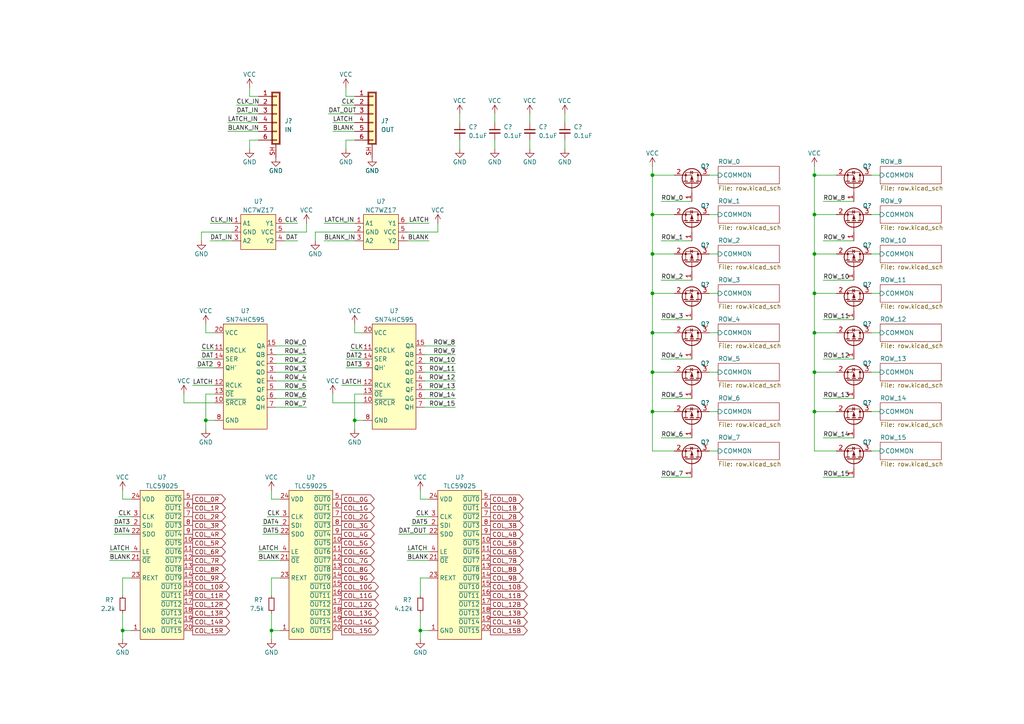
<source format=kicad_sch>
(kicad_sch (version 20210621) (generator eeschema)
  (paper "A4")
  (lib_symbols
    (symbol "Connector_Generic_Shielded:Conn_01x06_Shielded" (pin_names (offset 1.016) hide)
      (property "Reference" "J" (at 0.254 7.366 0))
      (property "Value" "Conn_01x06_Shielded" (at 1.016 -9.906 0))
      (symbol "Conn_01x06_Shielded_1_1"
        (rectangle (start -1.27 6.35) (end 1.27 -8.89) (stroke (width 0.1524)))
        (rectangle (start -1.016 -7.493) (end 0.254 -7.747) (stroke (width 0.1524)))
        (rectangle (start -1.016 -4.953) (end 0.254 -5.207) (stroke (width 0.1524)))
        (rectangle (start -1.016 -2.413) (end 0.254 -2.667) (stroke (width 0.1524)))
        (rectangle (start -1.016 0.127) (end 0.254 -0.127) (stroke (width 0.1524)))
        (rectangle (start -1.016 2.667) (end 0.254 2.413) (stroke (width 0.1524)))
        (rectangle (start -1.016 5.207) (end 0.254 4.953) (stroke (width 0.1524)))
        (rectangle (start -1.016 6.096) (end 1.016 -8.636) (stroke (width 0.254)) (fill (type background)))
        (pin passive line (at -5.08 5.08 0) (length 4.064) (name "Pin_1") (number "1"))
        (pin passive line (at -5.08 2.54 0) (length 4.064) (name "Pin_2") (number "2"))
        (pin passive line (at -5.08 0 0) (length 4.064) (name "Pin_3") (number "3"))
        (pin passive line (at -5.08 -2.54 0) (length 4.064) (name "Pin_4") (number "4"))
        (pin passive line (at -5.08 -5.08 0) (length 4.064) (name "Pin_5") (number "5"))
        (pin passive line (at -5.08 -7.62 0) (length 4.064) (name "Pin_6") (number "6"))
        (pin passive line (at 0 -12.7 90) (length 3.81) (name "Shield") (number "SH"))
      )
    )
    (symbol "Device:C_Small" (pin_numbers hide) (pin_names (offset 0.254) hide)
      (property "Reference" "C" (at 0.254 1.778 0))
      (property "Value" "C_Small" (at 0.254 -2.032 0))
      (symbol "C_Small_0_1"
        (polyline (pts (xy -1.524 -0.508) (xy 1.524 -0.508)) (stroke (width 0.3302)))
        (polyline (pts (xy -1.524 0.508) (xy 1.524 0.508)) (stroke (width 0.3048)))
      )
      (symbol "C_Small_1_1"
        (pin passive line (at 0 2.54 270) (length 2.032) (name "~") (number "1"))
        (pin passive line (at 0 -2.54 90) (length 2.032) (name "~") (number "2"))
      )
    )
    (symbol "Device:Q_PMOS_GSD" (pin_names (offset 0) hide)
      (property "Reference" "Q" (at 5.08 1.27 0))
      (property "Value" "Q_PMOS_GSD" (at 5.08 -1.27 0))
      (symbol "Q_PMOS_GSD_0_1"
        (circle (center 1.651 0) (radius 2.794) (stroke (width 0.254)))
        (circle (center 2.54 -1.778) (radius 0.254) (fill (type outline)))
        (circle (center 2.54 1.778) (radius 0.254) (fill (type outline)))
        (polyline (pts (xy 0.254 0) (xy -2.54 0)))
        (polyline (pts (xy 0.254 1.905) (xy 0.254 -1.905)) (stroke (width 0.254)))
        (polyline (pts (xy 0.762 -1.27) (xy 0.762 -2.286)) (stroke (width 0.254)))
        (polyline (pts (xy 0.762 0.508) (xy 0.762 -0.508)) (stroke (width 0.254)))
        (polyline (pts (xy 0.762 2.286) (xy 0.762 1.27)) (stroke (width 0.254)))
        (polyline (pts (xy 2.54 2.54) (xy 2.54 1.778)))
        (polyline (pts (xy 2.54 -2.54) (xy 2.54 0) (xy 0.762 0)))
        (polyline (pts (xy 0.762 1.778) (xy 3.302 1.778) (xy 3.302 -1.778) (xy 0.762 -1.778)))
        (polyline (pts (xy 2.794 -0.508) (xy 2.921 -0.381) (xy 3.683 -0.381) (xy 3.81 -0.254)))
        (polyline (pts (xy 3.302 -0.381) (xy 2.921 0.254) (xy 3.683 0.254) (xy 3.302 -0.381)))
        (polyline (pts (xy 2.286 0) (xy 1.27 0.381) (xy 1.27 -0.381) (xy 2.286 0)) (fill (type outline)))
      )
      (symbol "Q_PMOS_GSD_1_1"
        (pin input line (at -5.08 0 0) (length 2.54) (name "G") (number "1"))
        (pin passive line (at 2.54 -5.08 90) (length 2.54) (name "S") (number "2"))
        (pin passive line (at 2.54 5.08 270) (length 2.54) (name "D") (number "3"))
      )
    )
    (symbol "Device:R_Small" (pin_numbers hide) (pin_names (offset 0.254) hide)
      (property "Reference" "R" (at 0.762 0.508 0))
      (property "Value" "R_Small" (at 0.762 -1.016 0))
      (symbol "R_Small_0_1"
        (rectangle (start -0.762 1.778) (end 0.762 -1.778) (stroke (width 0.2032)))
      )
      (symbol "R_Small_1_1"
        (pin passive line (at 0 2.54 270) (length 0.762) (name "~") (number "1"))
        (pin passive line (at 0 -2.54 90) (length 0.762) (name "~") (number "2"))
      )
    )
    (symbol "ledcube:NC7WZ17"
      (property "Reference" "U" (at 0 3.81 0))
      (property "Value" "NC7WZ17" (at 0 1.27 0))
      (symbol "NC7WZ17_0_1"
        (rectangle (start -5.08 0) (end 5.08 -10.16) (stroke (width 0.1524)) (fill (type background)))
      )
      (symbol "NC7WZ17_1_1"
        (pin input line (at -7.62 -2.54 0) (length 2.54) (name "A1") (number "1"))
        (pin power_in line (at -7.62 -5.08 0) (length 2.54) (name "GND") (number "2"))
        (pin input line (at -7.62 -7.62 0) (length 2.54) (name "A2") (number "3"))
        (pin output line (at 7.62 -7.62 180) (length 2.54) (name "Y2") (number "4"))
        (pin power_in line (at 7.62 -5.08 180) (length 2.54) (name "VCC") (number "5"))
        (pin output line (at 7.62 -2.54 180) (length 2.54) (name "Y1") (number "6"))
      )
    )
    (symbol "ledcube:SN74HC595"
      (property "Reference" "U" (at 0 3.81 0))
      (property "Value" "SN74HC595" (at 0 1.27 0))
      (symbol "SN74HC595_0_1"
        (rectangle (start -6.35 0) (end 6.35 -30.48) (stroke (width 0.1524)) (fill (type background)))
      )
      (symbol "SN74HC595_1_1"
        (pin output line (at 8.89 -8.89 180) (length 2.54) (name "QB") (number "1"))
        (pin input line (at -8.89 -22.86 0) (length 2.54) (name "~{SRCLR}") (number "10"))
        (pin input line (at -8.89 -7.62 0) (length 2.54) (name "SRCLK") (number "11"))
        (pin input line (at -8.89 -17.78 0) (length 2.54) (name "RCLK") (number "12"))
        (pin input line (at -8.89 -20.32 0) (length 2.54) (name "~{OE}") (number "13"))
        (pin input line (at -8.89 -10.16 0) (length 2.54) (name "SER") (number "14"))
        (pin output line (at 8.89 -6.35 180) (length 2.54) (name "QA") (number "15"))
        (pin output line (at 8.89 -11.43 180) (length 2.54) (name "QC") (number "2"))
        (pin power_out line (at -8.89 -2.54 0) (length 2.54) (name "VCC") (number "20"))
        (pin output line (at 8.89 -13.97 180) (length 2.54) (name "QD") (number "3"))
        (pin output line (at 8.89 -16.51 180) (length 2.54) (name "QE") (number "4"))
        (pin output line (at 8.89 -19.05 180) (length 2.54) (name "QF") (number "5"))
        (pin output line (at 8.89 -21.59 180) (length 2.54) (name "QG") (number "6"))
        (pin output line (at 8.89 -24.13 180) (length 2.54) (name "QH") (number "7"))
        (pin power_out line (at -8.89 -27.94 0) (length 2.54) (name "GND") (number "8"))
        (pin output line (at -8.89 -12.7 0) (length 2.54) (name "QH'") (number "9"))
      )
    )
    (symbol "ledcube:TLC59025"
      (property "Reference" "U" (at 0 3.81 0))
      (property "Value" "TLC59025" (at 0 1.27 0))
      (symbol "TLC59025_0_1"
        (rectangle (start -6.35 0) (end 6.35 -43.18) (stroke (width 0.1524)) (fill (type background)))
      )
      (symbol "TLC59025_1_1"
        (pin power_in line (at -8.89 -40.64 0) (length 2.54) (name "GND") (number "1"))
        (pin output line (at 8.89 -15.24 180) (length 2.54) (name "~{OUT5}") (number "10"))
        (pin output line (at 8.89 -17.78 180) (length 2.54) (name "~{OUT6}") (number "11"))
        (pin output line (at 8.89 -20.32 180) (length 2.54) (name "~{OUT7}") (number "12"))
        (pin output line (at 8.89 -22.86 180) (length 2.54) (name "~{OUT8}") (number "13"))
        (pin output line (at 8.89 -25.4 180) (length 2.54) (name "~{OUT9}") (number "14"))
        (pin output line (at 8.89 -27.94 180) (length 2.54) (name "~{OUT10}") (number "15"))
        (pin output line (at 8.89 -30.48 180) (length 2.54) (name "~{OUT11}") (number "16"))
        (pin output line (at 8.89 -33.02 180) (length 2.54) (name "~{OUT12}") (number "17"))
        (pin output line (at 8.89 -35.56 180) (length 2.54) (name "~{OUT13}") (number "18"))
        (pin output line (at 8.89 -38.1 180) (length 2.54) (name "~{OUT14}") (number "19"))
        (pin input line (at -8.89 -10.16 0) (length 2.54) (name "SDI") (number "2"))
        (pin output line (at 8.89 -40.64 180) (length 2.54) (name "~{OUT15}") (number "20"))
        (pin input line (at -8.89 -20.32 0) (length 2.54) (name "~{OE}") (number "21"))
        (pin output line (at -8.89 -12.7 0) (length 2.54) (name "SDO") (number "22"))
        (pin input line (at -8.89 -25.4 0) (length 2.54) (name "REXT") (number "23"))
        (pin power_out line (at -8.89 -2.54 0) (length 2.54) (name "VDD") (number "24"))
        (pin input line (at -8.89 -7.62 0) (length 2.54) (name "CLK") (number "3"))
        (pin input line (at -8.89 -17.78 0) (length 2.54) (name "LE") (number "4"))
        (pin output line (at 8.89 -2.54 180) (length 2.54) (name "~{OUT0}") (number "5"))
        (pin output line (at 8.89 -5.08 180) (length 2.54) (name "~{OUT1}") (number "6"))
        (pin output line (at 8.89 -7.62 180) (length 2.54) (name "~{OUT2}") (number "7"))
        (pin output line (at 8.89 -10.16 180) (length 2.54) (name "~{OUT3}") (number "8"))
        (pin output line (at 8.89 -12.7 180) (length 2.54) (name "~{OUT4}") (number "9"))
      )
    )
    (symbol "power:GND" (power) (pin_names (offset 0))
      (property "Value" "GND" (at 0 -3.81 0))
      (symbol "GND_0_1"
        (polyline (pts (xy 0 0) (xy 0 -1.27) (xy 1.27 -1.27) (xy 0 -2.54) (xy -1.27 -1.27) (xy 0 -1.27)))
      )
      (symbol "GND_1_1"
        (pin power_in line (at 0 0 270) (length 0) hide (name "GND") (number "1"))
      )
    )
    (symbol "power:VCC" (power) (pin_names (offset 0))
      (property "Value" "VCC" (at 0 3.81 0))
      (symbol "VCC_0_1"
        (polyline (pts (xy -0.762 1.27) (xy 0 2.54)))
        (polyline (pts (xy 0 0) (xy 0 2.54)))
        (polyline (pts (xy 0 2.54) (xy 0.762 1.27)))
      )
      (symbol "VCC_1_1"
        (pin power_in line (at 0 0 90) (length 0) hide (name "VCC") (number "1"))
      )
    )
  )
  (junction (at 35.56 182.88) (diameter 0.9144))
  (junction (at 59.69 121.92) (diameter 0.9144))
  (junction (at 78.74 182.88) (diameter 0.9144))
  (junction (at 102.87 121.92) (diameter 0.9144))
  (junction (at 121.92 182.88) (diameter 0.9144))
  (junction (at 189.23 50.8) (diameter 0.9144))
  (junction (at 189.23 62.23) (diameter 0.9144))
  (junction (at 189.23 73.66) (diameter 0.9144))
  (junction (at 189.23 85.09) (diameter 0.9144))
  (junction (at 189.23 96.52) (diameter 0.9144))
  (junction (at 189.23 107.95) (diameter 0.9144))
  (junction (at 189.23 119.38) (diameter 0.9144))
  (junction (at 236.22 50.8) (diameter 0.9144))
  (junction (at 236.22 62.23) (diameter 0.9144))
  (junction (at 236.22 73.66) (diameter 0.9144))
  (junction (at 236.22 85.09) (diameter 0.9144))
  (junction (at 236.22 96.52) (diameter 0.9144))
  (junction (at 236.22 107.95) (diameter 0.9144))
  (junction (at 236.22 119.38) (diameter 0.9144))
  (wire (pts (xy 31.75 160.02) (xy 38.1 160.02)))
  (wire (pts (xy 31.75 162.56) (xy 38.1 162.56)))
  (wire (pts (xy 33.02 152.4) (xy 38.1 152.4)))
  (wire (pts (xy 33.02 154.94) (xy 38.1 154.94)))
  (wire (pts (xy 34.29 149.86) (xy 38.1 149.86)))
  (wire (pts (xy 35.56 144.78) (xy 35.56 142.24)))
  (wire (pts (xy 35.56 167.64) (xy 38.1 167.64)))
  (wire (pts (xy 35.56 172.72) (xy 35.56 167.64)))
  (wire (pts (xy 35.56 177.8) (xy 35.56 182.88)))
  (wire (pts (xy 35.56 182.88) (xy 35.56 185.42)))
  (wire (pts (xy 38.1 144.78) (xy 35.56 144.78)))
  (wire (pts (xy 38.1 182.88) (xy 35.56 182.88)))
  (wire (pts (xy 53.34 116.84) (xy 53.34 114.3)))
  (wire (pts (xy 55.88 111.76) (xy 62.23 111.76)))
  (wire (pts (xy 57.15 106.68) (xy 62.23 106.68)))
  (wire (pts (xy 58.42 67.31) (xy 58.42 69.85)))
  (wire (pts (xy 58.42 101.6) (xy 62.23 101.6)))
  (wire (pts (xy 58.42 104.14) (xy 62.23 104.14)))
  (wire (pts (xy 59.69 96.52) (xy 59.69 93.98)))
  (wire (pts (xy 59.69 114.3) (xy 59.69 121.92)))
  (wire (pts (xy 59.69 121.92) (xy 62.23 121.92)))
  (wire (pts (xy 59.69 124.46) (xy 59.69 121.92)))
  (wire (pts (xy 60.96 64.77) (xy 67.31 64.77)))
  (wire (pts (xy 60.96 69.85) (xy 67.31 69.85)))
  (wire (pts (xy 62.23 96.52) (xy 59.69 96.52)))
  (wire (pts (xy 62.23 114.3) (xy 59.69 114.3)))
  (wire (pts (xy 62.23 116.84) (xy 53.34 116.84)))
  (wire (pts (xy 66.04 35.56) (xy 74.93 35.56)))
  (wire (pts (xy 66.04 38.1) (xy 74.93 38.1)))
  (wire (pts (xy 67.31 67.31) (xy 58.42 67.31)))
  (wire (pts (xy 68.58 30.48) (xy 74.93 30.48)))
  (wire (pts (xy 68.58 33.02) (xy 74.93 33.02)))
  (wire (pts (xy 72.39 27.94) (xy 72.39 25.4)))
  (wire (pts (xy 72.39 40.64) (xy 74.93 40.64)))
  (wire (pts (xy 72.39 43.18) (xy 72.39 40.64)))
  (wire (pts (xy 74.93 27.94) (xy 72.39 27.94)))
  (wire (pts (xy 74.93 160.02) (xy 81.28 160.02)))
  (wire (pts (xy 74.93 162.56) (xy 81.28 162.56)))
  (wire (pts (xy 76.2 152.4) (xy 81.28 152.4)))
  (wire (pts (xy 76.2 154.94) (xy 81.28 154.94)))
  (wire (pts (xy 77.47 149.86) (xy 81.28 149.86)))
  (wire (pts (xy 78.74 144.78) (xy 78.74 142.24)))
  (wire (pts (xy 78.74 167.64) (xy 81.28 167.64)))
  (wire (pts (xy 78.74 172.72) (xy 78.74 167.64)))
  (wire (pts (xy 78.74 177.8) (xy 78.74 182.88)))
  (wire (pts (xy 78.74 182.88) (xy 78.74 185.42)))
  (wire (pts (xy 80.01 100.33) (xy 88.9 100.33)))
  (wire (pts (xy 80.01 102.87) (xy 88.9 102.87)))
  (wire (pts (xy 80.01 105.41) (xy 88.9 105.41)))
  (wire (pts (xy 80.01 107.95) (xy 88.9 107.95)))
  (wire (pts (xy 80.01 110.49) (xy 88.9 110.49)))
  (wire (pts (xy 80.01 113.03) (xy 88.9 113.03)))
  (wire (pts (xy 80.01 115.57) (xy 88.9 115.57)))
  (wire (pts (xy 80.01 118.11) (xy 88.9 118.11)))
  (wire (pts (xy 81.28 144.78) (xy 78.74 144.78)))
  (wire (pts (xy 81.28 182.88) (xy 78.74 182.88)))
  (wire (pts (xy 82.55 64.77) (xy 86.36 64.77)))
  (wire (pts (xy 82.55 67.31) (xy 88.9 67.31)))
  (wire (pts (xy 82.55 69.85) (xy 86.36 69.85)))
  (wire (pts (xy 88.9 67.31) (xy 88.9 64.77)))
  (wire (pts (xy 91.44 67.31) (xy 91.44 69.85)))
  (wire (pts (xy 93.98 64.77) (xy 102.87 64.77)))
  (wire (pts (xy 93.98 69.85) (xy 102.87 69.85)))
  (wire (pts (xy 95.25 33.02) (xy 102.87 33.02)))
  (wire (pts (xy 96.52 35.56) (xy 102.87 35.56)))
  (wire (pts (xy 96.52 38.1) (xy 102.87 38.1)))
  (wire (pts (xy 96.52 116.84) (xy 96.52 114.3)))
  (wire (pts (xy 99.06 30.48) (xy 102.87 30.48)))
  (wire (pts (xy 99.06 111.76) (xy 105.41 111.76)))
  (wire (pts (xy 100.33 27.94) (xy 100.33 25.4)))
  (wire (pts (xy 100.33 40.64) (xy 102.87 40.64)))
  (wire (pts (xy 100.33 43.18) (xy 100.33 40.64)))
  (wire (pts (xy 100.33 104.14) (xy 105.41 104.14)))
  (wire (pts (xy 100.33 106.68) (xy 105.41 106.68)))
  (wire (pts (xy 101.6 101.6) (xy 105.41 101.6)))
  (wire (pts (xy 102.87 27.94) (xy 100.33 27.94)))
  (wire (pts (xy 102.87 67.31) (xy 91.44 67.31)))
  (wire (pts (xy 102.87 96.52) (xy 102.87 93.98)))
  (wire (pts (xy 102.87 114.3) (xy 102.87 121.92)))
  (wire (pts (xy 102.87 121.92) (xy 105.41 121.92)))
  (wire (pts (xy 102.87 124.46) (xy 102.87 121.92)))
  (wire (pts (xy 105.41 96.52) (xy 102.87 96.52)))
  (wire (pts (xy 105.41 114.3) (xy 102.87 114.3)))
  (wire (pts (xy 105.41 116.84) (xy 96.52 116.84)))
  (wire (pts (xy 115.57 154.94) (xy 124.46 154.94)))
  (wire (pts (xy 118.11 64.77) (xy 124.46 64.77)))
  (wire (pts (xy 118.11 67.31) (xy 127 67.31)))
  (wire (pts (xy 118.11 69.85) (xy 124.46 69.85)))
  (wire (pts (xy 118.11 160.02) (xy 124.46 160.02)))
  (wire (pts (xy 118.11 162.56) (xy 124.46 162.56)))
  (wire (pts (xy 119.38 152.4) (xy 124.46 152.4)))
  (wire (pts (xy 120.65 149.86) (xy 124.46 149.86)))
  (wire (pts (xy 121.92 144.78) (xy 121.92 142.24)))
  (wire (pts (xy 121.92 167.64) (xy 124.46 167.64)))
  (wire (pts (xy 121.92 172.72) (xy 121.92 167.64)))
  (wire (pts (xy 121.92 177.8) (xy 121.92 182.88)))
  (wire (pts (xy 121.92 182.88) (xy 121.92 185.42)))
  (wire (pts (xy 123.19 100.33) (xy 132.08 100.33)))
  (wire (pts (xy 123.19 102.87) (xy 132.08 102.87)))
  (wire (pts (xy 123.19 105.41) (xy 132.08 105.41)))
  (wire (pts (xy 123.19 107.95) (xy 132.08 107.95)))
  (wire (pts (xy 123.19 110.49) (xy 132.08 110.49)))
  (wire (pts (xy 123.19 113.03) (xy 132.08 113.03)))
  (wire (pts (xy 123.19 115.57) (xy 132.08 115.57)))
  (wire (pts (xy 123.19 118.11) (xy 132.08 118.11)))
  (wire (pts (xy 124.46 144.78) (xy 121.92 144.78)))
  (wire (pts (xy 124.46 182.88) (xy 121.92 182.88)))
  (wire (pts (xy 127 67.31) (xy 127 64.77)))
  (wire (pts (xy 133.35 33.02) (xy 133.35 35.56)))
  (wire (pts (xy 133.35 43.18) (xy 133.35 40.64)))
  (wire (pts (xy 143.51 33.02) (xy 143.51 35.56)))
  (wire (pts (xy 143.51 43.18) (xy 143.51 40.64)))
  (wire (pts (xy 153.67 33.02) (xy 153.67 35.56)))
  (wire (pts (xy 153.67 43.18) (xy 153.67 40.64)))
  (wire (pts (xy 163.83 33.02) (xy 163.83 35.56)))
  (wire (pts (xy 163.83 43.18) (xy 163.83 40.64)))
  (wire (pts (xy 189.23 48.26) (xy 189.23 50.8)))
  (wire (pts (xy 189.23 50.8) (xy 195.58 50.8)))
  (wire (pts (xy 189.23 62.23) (xy 189.23 50.8)))
  (wire (pts (xy 189.23 62.23) (xy 189.23 73.66)))
  (wire (pts (xy 189.23 62.23) (xy 195.58 62.23)))
  (wire (pts (xy 189.23 85.09) (xy 189.23 73.66)))
  (wire (pts (xy 189.23 85.09) (xy 189.23 96.52)))
  (wire (pts (xy 189.23 96.52) (xy 195.58 96.52)))
  (wire (pts (xy 189.23 107.95) (xy 189.23 96.52)))
  (wire (pts (xy 189.23 107.95) (xy 189.23 119.38)))
  (wire (pts (xy 189.23 107.95) (xy 195.58 107.95)))
  (wire (pts (xy 189.23 130.81) (xy 189.23 119.38)))
  (wire (pts (xy 191.77 58.42) (xy 200.66 58.42)))
  (wire (pts (xy 191.77 69.85) (xy 200.66 69.85)))
  (wire (pts (xy 191.77 81.28) (xy 200.66 81.28)))
  (wire (pts (xy 191.77 92.71) (xy 200.66 92.71)))
  (wire (pts (xy 191.77 104.14) (xy 200.66 104.14)))
  (wire (pts (xy 191.77 115.57) (xy 200.66 115.57)))
  (wire (pts (xy 191.77 127) (xy 200.66 127)))
  (wire (pts (xy 191.77 138.43) (xy 200.66 138.43)))
  (wire (pts (xy 195.58 73.66) (xy 189.23 73.66)))
  (wire (pts (xy 195.58 85.09) (xy 189.23 85.09)))
  (wire (pts (xy 195.58 119.38) (xy 189.23 119.38)))
  (wire (pts (xy 195.58 130.81) (xy 189.23 130.81)))
  (wire (pts (xy 205.74 50.8) (xy 208.28 50.8)))
  (wire (pts (xy 205.74 62.23) (xy 208.28 62.23)))
  (wire (pts (xy 205.74 73.66) (xy 208.28 73.66)))
  (wire (pts (xy 205.74 85.09) (xy 208.28 85.09)))
  (wire (pts (xy 205.74 96.52) (xy 208.28 96.52)))
  (wire (pts (xy 205.74 107.95) (xy 208.28 107.95)))
  (wire (pts (xy 205.74 119.38) (xy 208.28 119.38)))
  (wire (pts (xy 205.74 130.81) (xy 208.28 130.81)))
  (wire (pts (xy 236.22 48.26) (xy 236.22 50.8)))
  (wire (pts (xy 236.22 50.8) (xy 242.57 50.8)))
  (wire (pts (xy 236.22 62.23) (xy 236.22 50.8)))
  (wire (pts (xy 236.22 62.23) (xy 236.22 73.66)))
  (wire (pts (xy 236.22 62.23) (xy 242.57 62.23)))
  (wire (pts (xy 236.22 85.09) (xy 236.22 73.66)))
  (wire (pts (xy 236.22 85.09) (xy 236.22 96.52)))
  (wire (pts (xy 236.22 96.52) (xy 242.57 96.52)))
  (wire (pts (xy 236.22 107.95) (xy 236.22 96.52)))
  (wire (pts (xy 236.22 107.95) (xy 236.22 119.38)))
  (wire (pts (xy 236.22 107.95) (xy 242.57 107.95)))
  (wire (pts (xy 236.22 130.81) (xy 236.22 119.38)))
  (wire (pts (xy 238.76 58.42) (xy 247.65 58.42)))
  (wire (pts (xy 238.76 69.85) (xy 247.65 69.85)))
  (wire (pts (xy 238.76 81.28) (xy 247.65 81.28)))
  (wire (pts (xy 238.76 92.71) (xy 247.65 92.71)))
  (wire (pts (xy 238.76 104.14) (xy 247.65 104.14)))
  (wire (pts (xy 238.76 115.57) (xy 247.65 115.57)))
  (wire (pts (xy 238.76 127) (xy 247.65 127)))
  (wire (pts (xy 238.76 138.43) (xy 247.65 138.43)))
  (wire (pts (xy 242.57 73.66) (xy 236.22 73.66)))
  (wire (pts (xy 242.57 85.09) (xy 236.22 85.09)))
  (wire (pts (xy 242.57 119.38) (xy 236.22 119.38)))
  (wire (pts (xy 242.57 130.81) (xy 236.22 130.81)))
  (wire (pts (xy 252.73 50.8) (xy 255.27 50.8)))
  (wire (pts (xy 252.73 62.23) (xy 255.27 62.23)))
  (wire (pts (xy 252.73 73.66) (xy 255.27 73.66)))
  (wire (pts (xy 252.73 85.09) (xy 255.27 85.09)))
  (wire (pts (xy 252.73 96.52) (xy 255.27 96.52)))
  (wire (pts (xy 252.73 107.95) (xy 255.27 107.95)))
  (wire (pts (xy 252.73 119.38) (xy 255.27 119.38)))
  (wire (pts (xy 252.73 130.81) (xy 255.27 130.81)))
  (label "LATCH" (at 31.75 160.02 0))
  (label "BLANK" (at 31.75 162.56 0))
  (label "DAT3" (at 33.02 152.4 0))
  (label "DAT4" (at 33.02 154.94 0))
  (label "CLK" (at 34.29 149.86 0))
  (label "LATCH" (at 55.88 111.76 0))
  (label "DAT2" (at 57.15 106.68 0))
  (label "CLK" (at 58.42 101.6 0))
  (label "DAT" (at 58.42 104.14 0))
  (label "CLK_IN" (at 60.96 64.77 0))
  (label "DAT_IN" (at 60.96 69.85 0))
  (label "LATCH_IN" (at 66.04 35.56 0))
  (label "BLANK_IN" (at 66.04 38.1 0))
  (label "CLK_IN" (at 68.58 30.48 0))
  (label "DAT_IN" (at 68.58 33.02 0))
  (label "LATCH" (at 74.93 160.02 0))
  (label "BLANK" (at 74.93 162.56 0))
  (label "DAT4" (at 76.2 152.4 0))
  (label "DAT5" (at 76.2 154.94 0))
  (label "CLK" (at 77.47 149.86 0))
  (label "CLK" (at 86.36 64.77 180))
  (label "DAT" (at 86.36 69.85 180))
  (label "ROW_0" (at 88.9 100.33 180))
  (label "ROW_1" (at 88.9 102.87 180))
  (label "ROW_2" (at 88.9 105.41 180))
  (label "ROW_3" (at 88.9 107.95 180))
  (label "ROW_4" (at 88.9 110.49 180))
  (label "ROW_5" (at 88.9 113.03 180))
  (label "ROW_6" (at 88.9 115.57 180))
  (label "ROW_7" (at 88.9 118.11 180))
  (label "LATCH_IN" (at 93.98 64.77 0))
  (label "BLANK_IN" (at 93.98 69.85 0))
  (label "DAT_OUT" (at 95.25 33.02 0))
  (label "LATCH" (at 96.52 35.56 0))
  (label "BLANK" (at 96.52 38.1 0))
  (label "CLK" (at 99.06 30.48 0))
  (label "LATCH" (at 99.06 111.76 0))
  (label "DAT2" (at 100.33 104.14 0))
  (label "DAT3" (at 100.33 106.68 0))
  (label "CLK" (at 101.6 101.6 0))
  (label "DAT_OUT" (at 115.57 154.94 0))
  (label "LATCH" (at 118.11 160.02 0))
  (label "BLANK" (at 118.11 162.56 0))
  (label "DAT5" (at 119.38 152.4 0))
  (label "CLK" (at 120.65 149.86 0))
  (label "LATCH" (at 124.46 64.77 180))
  (label "BLANK" (at 124.46 69.85 180))
  (label "ROW_8" (at 132.08 100.33 180))
  (label "ROW_9" (at 132.08 102.87 180))
  (label "ROW_10" (at 132.08 105.41 180))
  (label "ROW_11" (at 132.08 107.95 180))
  (label "ROW_12" (at 132.08 110.49 180))
  (label "ROW_13" (at 132.08 113.03 180))
  (label "ROW_14" (at 132.08 115.57 180))
  (label "ROW_15" (at 132.08 118.11 180))
  (label "ROW_0" (at 191.77 58.42 0))
  (label "ROW_1" (at 191.77 69.85 0))
  (label "ROW_2" (at 191.77 81.28 0))
  (label "ROW_3" (at 191.77 92.71 0))
  (label "ROW_4" (at 191.77 104.14 0))
  (label "ROW_5" (at 191.77 115.57 0))
  (label "ROW_6" (at 191.77 127 0))
  (label "ROW_7" (at 191.77 138.43 0))
  (label "ROW_8" (at 238.76 58.42 0))
  (label "ROW_9" (at 238.76 69.85 0))
  (label "ROW_10" (at 238.76 81.28 0))
  (label "ROW_11" (at 238.76 92.71 0))
  (label "ROW_12" (at 238.76 104.14 0))
  (label "ROW_13" (at 238.76 115.57 0))
  (label "ROW_14" (at 238.76 127 0))
  (label "ROW_15" (at 238.76 138.43 0))
  (global_label "COL_0R" (shape output) (at 55.88 144.78 0) (property "Intersheet References" "${INTERSHEET_REFS}" (effects hide)))
  (global_label "COL_1R" (shape output) (at 55.88 147.32 0) (property "Intersheet References" "${INTERSHEET_REFS}" (effects hide)))
  (global_label "COL_2R" (shape output) (at 55.88 149.86 0) (property "Intersheet References" "${INTERSHEET_REFS}" (effects hide)))
  (global_label "COL_3R" (shape output) (at 55.88 152.4 0) (property "Intersheet References" "${INTERSHEET_REFS}" (effects hide)))
  (global_label "COL_4R" (shape output) (at 55.88 154.94 0) (property "Intersheet References" "${INTERSHEET_REFS}" (effects hide)))
  (global_label "COL_5R" (shape output) (at 55.88 157.48 0) (property "Intersheet References" "${INTERSHEET_REFS}" (effects hide)))
  (global_label "COL_6R" (shape output) (at 55.88 160.02 0) (property "Intersheet References" "${INTERSHEET_REFS}" (effects hide)))
  (global_label "COL_7R" (shape output) (at 55.88 162.56 0) (property "Intersheet References" "${INTERSHEET_REFS}" (effects hide)))
  (global_label "COL_8R" (shape output) (at 55.88 165.1 0) (property "Intersheet References" "${INTERSHEET_REFS}" (effects hide)))
  (global_label "COL_9R" (shape output) (at 55.88 167.64 0) (property "Intersheet References" "${INTERSHEET_REFS}" (effects hide)))
  (global_label "COL_10R" (shape output) (at 55.88 170.18 0) (property "Intersheet References" "${INTERSHEET_REFS}" (effects hide)))
  (global_label "COL_11R" (shape output) (at 55.88 172.72 0) (property "Intersheet References" "${INTERSHEET_REFS}" (effects hide)))
  (global_label "COL_12R" (shape output) (at 55.88 175.26 0) (property "Intersheet References" "${INTERSHEET_REFS}" (effects hide)))
  (global_label "COL_13R" (shape output) (at 55.88 177.8 0) (property "Intersheet References" "${INTERSHEET_REFS}" (effects hide)))
  (global_label "COL_14R" (shape output) (at 55.88 180.34 0) (property "Intersheet References" "${INTERSHEET_REFS}" (effects hide)))
  (global_label "COL_15R" (shape output) (at 55.88 182.88 0) (property "Intersheet References" "${INTERSHEET_REFS}" (effects hide)))
  (global_label "COL_0G" (shape output) (at 99.06 144.78 0) (property "Intersheet References" "${INTERSHEET_REFS}" (effects hide)))
  (global_label "COL_1G" (shape output) (at 99.06 147.32 0) (property "Intersheet References" "${INTERSHEET_REFS}" (effects hide)))
  (global_label "COL_2G" (shape output) (at 99.06 149.86 0) (property "Intersheet References" "${INTERSHEET_REFS}" (effects hide)))
  (global_label "COL_3G" (shape output) (at 99.06 152.4 0) (property "Intersheet References" "${INTERSHEET_REFS}" (effects hide)))
  (global_label "COL_4G" (shape output) (at 99.06 154.94 0) (property "Intersheet References" "${INTERSHEET_REFS}" (effects hide)))
  (global_label "COL_5G" (shape output) (at 99.06 157.48 0) (property "Intersheet References" "${INTERSHEET_REFS}" (effects hide)))
  (global_label "COL_6G" (shape output) (at 99.06 160.02 0) (property "Intersheet References" "${INTERSHEET_REFS}" (effects hide)))
  (global_label "COL_7G" (shape output) (at 99.06 162.56 0) (property "Intersheet References" "${INTERSHEET_REFS}" (effects hide)))
  (global_label "COL_8G" (shape output) (at 99.06 165.1 0) (property "Intersheet References" "${INTERSHEET_REFS}" (effects hide)))
  (global_label "COL_9G" (shape output) (at 99.06 167.64 0) (property "Intersheet References" "${INTERSHEET_REFS}" (effects hide)))
  (global_label "COL_10G" (shape output) (at 99.06 170.18 0) (property "Intersheet References" "${INTERSHEET_REFS}" (effects hide)))
  (global_label "COL_11G" (shape output) (at 99.06 172.72 0) (property "Intersheet References" "${INTERSHEET_REFS}" (effects hide)))
  (global_label "COL_12G" (shape output) (at 99.06 175.26 0) (property "Intersheet References" "${INTERSHEET_REFS}" (effects hide)))
  (global_label "COL_13G" (shape output) (at 99.06 177.8 0) (property "Intersheet References" "${INTERSHEET_REFS}" (effects hide)))
  (global_label "COL_14G" (shape output) (at 99.06 180.34 0) (property "Intersheet References" "${INTERSHEET_REFS}" (effects hide)))
  (global_label "COL_15G" (shape output) (at 99.06 182.88 0) (property "Intersheet References" "${INTERSHEET_REFS}" (effects hide)))
  (global_label "COL_0B" (shape output) (at 142.24 144.78 0) (property "Intersheet References" "${INTERSHEET_REFS}" (effects hide)))
  (global_label "COL_1B" (shape output) (at 142.24 147.32 0) (property "Intersheet References" "${INTERSHEET_REFS}" (effects hide)))
  (global_label "COL_2B" (shape output) (at 142.24 149.86 0) (property "Intersheet References" "${INTERSHEET_REFS}" (effects hide)))
  (global_label "COL_3B" (shape output) (at 142.24 152.4 0) (property "Intersheet References" "${INTERSHEET_REFS}" (effects hide)))
  (global_label "COL_4B" (shape output) (at 142.24 154.94 0) (property "Intersheet References" "${INTERSHEET_REFS}" (effects hide)))
  (global_label "COL_5B" (shape output) (at 142.24 157.48 0) (property "Intersheet References" "${INTERSHEET_REFS}" (effects hide)))
  (global_label "COL_6B" (shape output) (at 142.24 160.02 0) (property "Intersheet References" "${INTERSHEET_REFS}" (effects hide)))
  (global_label "COL_7B" (shape output) (at 142.24 162.56 0) (property "Intersheet References" "${INTERSHEET_REFS}" (effects hide)))
  (global_label "COL_8B" (shape output) (at 142.24 165.1 0) (property "Intersheet References" "${INTERSHEET_REFS}" (effects hide)))
  (global_label "COL_9B" (shape output) (at 142.24 167.64 0) (property "Intersheet References" "${INTERSHEET_REFS}" (effects hide)))
  (global_label "COL_10B" (shape output) (at 142.24 170.18 0) (property "Intersheet References" "${INTERSHEET_REFS}" (effects hide)))
  (global_label "COL_11B" (shape output) (at 142.24 172.72 0) (property "Intersheet References" "${INTERSHEET_REFS}" (effects hide)))
  (global_label "COL_12B" (shape output) (at 142.24 175.26 0) (property "Intersheet References" "${INTERSHEET_REFS}" (effects hide)))
  (global_label "COL_13B" (shape output) (at 142.24 177.8 0) (property "Intersheet References" "${INTERSHEET_REFS}" (effects hide)))
  (global_label "COL_14B" (shape output) (at 142.24 180.34 0) (property "Intersheet References" "${INTERSHEET_REFS}" (effects hide)))
  (global_label "COL_15B" (shape output) (at 142.24 182.88 0) (property "Intersheet References" "${INTERSHEET_REFS}" (effects hide)))
  (symbol (lib_id "power:VCC") (at 35.56 142.24 0) (unit 1)
    (property "Reference" "#PWR?" (effects hide))
    (property "Value" "VCC" (at 35.56 138.43 0))
  )
  (symbol (lib_id "power:VCC") (at 53.34 114.3 0) (unit 1)
    (property "Reference" "#PWR?" (effects hide))
    (property "Value" "VCC" (at 53.34 110.49 0))
  )
  (symbol (lib_id "power:VCC") (at 59.69 93.98 0) (unit 1)
    (property "Reference" "#PWR?" (effects hide))
    (property "Value" "VCC" (at 59.69 90.17 0))
  )
  (symbol (lib_id "power:VCC") (at 72.39 25.4 0) (unit 1)
    (property "Reference" "#PWR?" (effects hide))
    (property "Value" "VCC" (at 72.39 21.59 0))
  )
  (symbol (lib_id "power:VCC") (at 78.74 142.24 0) (unit 1)
    (property "Reference" "#PWR?" (effects hide))
    (property "Value" "VCC" (at 78.74 138.43 0))
  )
  (symbol (lib_id "power:VCC") (at 88.9 64.77 0) (unit 1)
    (property "Reference" "#PWR?" (effects hide))
    (property "Value" "VCC" (at 88.9 60.96 0))
  )
  (symbol (lib_id "power:VCC") (at 96.52 114.3 0) (unit 1)
    (property "Reference" "#PWR?" (effects hide))
    (property "Value" "VCC" (at 96.52 110.49 0))
  )
  (symbol (lib_id "power:VCC") (at 100.33 25.4 0) (unit 1)
    (property "Reference" "#PWR?" (effects hide))
    (property "Value" "VCC" (at 100.33 21.59 0))
  )
  (symbol (lib_id "power:VCC") (at 102.87 93.98 0) (unit 1)
    (property "Reference" "#PWR?" (effects hide))
    (property "Value" "VCC" (at 102.87 90.17 0))
  )
  (symbol (lib_id "power:VCC") (at 121.92 142.24 0) (unit 1)
    (property "Reference" "#PWR?" (effects hide))
    (property "Value" "VCC" (at 121.92 138.43 0))
  )
  (symbol (lib_id "power:VCC") (at 127 64.77 0) (unit 1)
    (property "Reference" "#PWR?" (effects hide))
    (property "Value" "VCC" (at 127 60.96 0))
  )
  (symbol (lib_id "power:VCC") (at 133.35 33.02 0) (unit 1)
    (property "Reference" "#PWR?" (effects hide))
    (property "Value" "VCC" (at 133.35 29.21 0))
  )
  (symbol (lib_id "power:VCC") (at 143.51 33.02 0) (unit 1)
    (property "Reference" "#PWR?" (effects hide))
    (property "Value" "VCC" (at 143.51 29.21 0))
  )
  (symbol (lib_id "power:VCC") (at 153.67 33.02 0) (unit 1)
    (property "Reference" "#PWR?" (effects hide))
    (property "Value" "VCC" (at 153.67 29.21 0))
  )
  (symbol (lib_id "power:VCC") (at 163.83 33.02 0) (unit 1)
    (property "Reference" "#PWR?" (effects hide))
    (property "Value" "VCC" (at 163.83 29.21 0))
  )
  (symbol (lib_id "power:VCC") (at 189.23 48.26 0) (unit 1)
    (property "Reference" "#PWR?" (effects hide))
    (property "Value" "VCC" (at 189.23 44.45 0))
  )
  (symbol (lib_id "power:VCC") (at 236.22 48.26 0) (unit 1)
    (property "Reference" "#PWR?" (effects hide))
    (property "Value" "VCC" (at 236.22 44.45 0))
  )
  (symbol (lib_id "power:GND") (at 35.56 185.42 0) (unit 1)
    (property "Reference" "#PWR?" (effects hide))
    (property "Value" "GND" (at 35.56 189.23 0))
  )
  (symbol (lib_id "power:GND") (at 58.42 69.85 0) (unit 1)
    (property "Reference" "#PWR?" (effects hide))
    (property "Value" "GND" (at 58.42 73.66 0))
  )
  (symbol (lib_id "power:GND") (at 59.69 124.46 0) (unit 1)
    (property "Reference" "#PWR?" (effects hide))
    (property "Value" "GND" (at 59.69 128.27 0))
  )
  (symbol (lib_id "power:GND") (at 72.39 43.18 0) (unit 1)
    (property "Reference" "#PWR?" (effects hide))
    (property "Value" "GND" (at 72.39 46.99 0))
  )
  (symbol (lib_id "power:GND") (at 78.74 185.42 0) (unit 1)
    (property "Reference" "#PWR?" (effects hide))
    (property "Value" "GND" (at 78.74 189.23 0))
  )
  (symbol (lib_id "power:GND") (at 80.01 45.72 0) (unit 1)
    (property "Reference" "#PWR?" (effects hide))
    (property "Value" "GND" (at 80.01 49.53 0))
  )
  (symbol (lib_id "power:GND") (at 91.44 69.85 0) (unit 1)
    (property "Reference" "#PWR?" (effects hide))
    (property "Value" "GND" (at 91.44 73.66 0))
  )
  (symbol (lib_id "power:GND") (at 100.33 43.18 0) (unit 1)
    (property "Reference" "#PWR?" (effects hide))
    (property "Value" "GND" (at 100.33 46.99 0))
  )
  (symbol (lib_id "power:GND") (at 102.87 124.46 0) (unit 1)
    (property "Reference" "#PWR?" (effects hide))
    (property "Value" "GND" (at 102.87 128.27 0))
  )
  (symbol (lib_id "power:GND") (at 107.95 45.72 0) (unit 1)
    (property "Reference" "#PWR?" (effects hide))
    (property "Value" "GND" (at 107.95 49.53 0))
  )
  (symbol (lib_id "power:GND") (at 121.92 185.42 0) (unit 1)
    (property "Reference" "#PWR?" (effects hide))
    (property "Value" "GND" (at 121.92 189.23 0))
  )
  (symbol (lib_id "power:GND") (at 133.35 43.18 0) (unit 1)
    (property "Reference" "#PWR?" (effects hide))
    (property "Value" "GND" (at 133.35 46.99 0))
  )
  (symbol (lib_id "power:GND") (at 143.51 43.18 0) (unit 1)
    (property "Reference" "#PWR?" (effects hide))
    (property "Value" "GND" (at 143.51 46.99 0))
  )
  (symbol (lib_id "power:GND") (at 153.67 43.18 0) (unit 1)
    (property "Reference" "#PWR?" (effects hide))
    (property "Value" "GND" (at 153.67 46.99 0))
  )
  (symbol (lib_id "power:GND") (at 163.83 43.18 0) (unit 1)
    (property "Reference" "#PWR?" (effects hide))
    (property "Value" "GND" (at 163.83 46.99 0))
  )
  (symbol (lib_id "Device:R_Small") (at 35.56 175.26 0) (mirror y) (unit 1)
    (property "Reference" "R?" (at 30.48 173.9899 0) (effects (justify right)))
    (property "Value" "2.2k" (at 29.21 176.5299 0) (effects (justify right)))
  )
  (symbol (lib_id "Device:R_Small") (at 78.74 175.26 0) (mirror y) (unit 1)
    (property "Reference" "R?" (at 73.66 173.9899 0) (effects (justify right)))
    (property "Value" "7.5k" (at 72.39 176.5299 0) (effects (justify right)))
  )
  (symbol (lib_id "Device:R_Small") (at 121.92 175.26 0) (mirror y) (unit 1)
    (property "Reference" "R?" (at 116.84 173.9899 0) (effects (justify right)))
    (property "Value" "4.12k" (at 114.3 176.5299 0) (effects (justify right)))
  )
  (symbol (lib_id "Device:C_Small") (at 133.35 38.1 0) (unit 1)
    (property "Reference" "C?" (at 135.89 36.8299 0) (effects (justify left)))
    (property "Value" "0.1uF" (at 135.89 39.3699 0) (effects (justify left)))
  )
  (symbol (lib_id "Device:C_Small") (at 143.51 38.1 0) (unit 1)
    (property "Reference" "C?" (at 146.05 36.8299 0) (effects (justify left)))
    (property "Value" "0.1uF" (at 146.05 39.3699 0) (effects (justify left)))
  )
  (symbol (lib_id "Device:C_Small") (at 153.67 38.1 0) (unit 1)
    (property "Reference" "C?" (at 156.21 36.8299 0) (effects (justify left)))
    (property "Value" "0.1uF" (at 156.21 39.3699 0) (effects (justify left)))
  )
  (symbol (lib_id "Device:C_Small") (at 163.83 38.1 0) (unit 1)
    (property "Reference" "C?" (at 166.37 36.8299 0) (effects (justify left)))
    (property "Value" "0.1uF" (at 166.37 39.3699 0) (effects (justify left)))
  )
  (symbol (lib_id "Device:Q_PMOS_GSD") (at 200.66 53.34 270) (mirror x) (unit 1)
    (property "Reference" "Q?" (at 203.2 48.26 90) (effects (justify left)))
    (property "Value" "Q_PMOS_GSD" (effects hide))
  )
  (symbol (lib_id "Device:Q_PMOS_GSD") (at 200.66 64.77 270) (mirror x) (unit 1)
    (property "Reference" "Q?" (at 203.2 59.69 90) (effects (justify left)))
    (property "Value" "Q_PMOS_GSD" (effects hide))
  )
  (symbol (lib_id "Device:Q_PMOS_GSD") (at 200.66 76.2 270) (mirror x) (unit 1)
    (property "Reference" "Q?" (at 203.2 71.12 90) (effects (justify left)))
    (property "Value" "Q_PMOS_GSD" (effects hide))
  )
  (symbol (lib_id "Device:Q_PMOS_GSD") (at 200.66 87.63 270) (mirror x) (unit 1)
    (property "Reference" "Q?" (at 203.2 82.55 90) (effects (justify left)))
    (property "Value" "Q_PMOS_GSD" (effects hide))
  )
  (symbol (lib_id "Device:Q_PMOS_GSD") (at 200.66 99.06 270) (mirror x) (unit 1)
    (property "Reference" "Q?" (at 203.2 93.98 90) (effects (justify left)))
    (property "Value" "Q_PMOS_GSD" (effects hide))
  )
  (symbol (lib_id "Device:Q_PMOS_GSD") (at 200.66 110.49 270) (mirror x) (unit 1)
    (property "Reference" "Q?" (at 203.2 105.41 90) (effects (justify left)))
    (property "Value" "Q_PMOS_GSD" (effects hide))
  )
  (symbol (lib_id "Device:Q_PMOS_GSD") (at 200.66 121.92 270) (mirror x) (unit 1)
    (property "Reference" "Q?" (at 203.2 116.84 90) (effects (justify left)))
    (property "Value" "Q_PMOS_GSD" (effects hide))
  )
  (symbol (lib_id "Device:Q_PMOS_GSD") (at 200.66 133.35 270) (mirror x) (unit 1)
    (property "Reference" "Q?" (at 203.2 128.27 90) (effects (justify left)))
    (property "Value" "Q_PMOS_GSD" (effects hide))
  )
  (symbol (lib_id "Device:Q_PMOS_GSD") (at 247.65 53.34 270) (mirror x) (unit 1)
    (property "Reference" "Q?" (at 250.19 48.26 90) (effects (justify left)))
    (property "Value" "Q_PMOS_GSD" (effects hide))
  )
  (symbol (lib_id "Device:Q_PMOS_GSD") (at 247.65 64.77 270) (mirror x) (unit 1)
    (property "Reference" "Q?" (at 250.19 59.69 90) (effects (justify left)))
    (property "Value" "Q_PMOS_GSD" (effects hide))
  )
  (symbol (lib_id "Device:Q_PMOS_GSD") (at 247.65 76.2 270) (mirror x) (unit 1)
    (property "Reference" "Q?" (at 250.19 71.12 90) (effects (justify left)))
    (property "Value" "Q_PMOS_GSD" (effects hide))
  )
  (symbol (lib_id "Device:Q_PMOS_GSD") (at 247.65 87.63 270) (mirror x) (unit 1)
    (property "Reference" "Q?" (at 250.19 82.55 90) (effects (justify left)))
    (property "Value" "Q_PMOS_GSD" (effects hide))
  )
  (symbol (lib_id "Device:Q_PMOS_GSD") (at 247.65 99.06 270) (mirror x) (unit 1)
    (property "Reference" "Q?" (at 250.19 93.98 90) (effects (justify left)))
    (property "Value" "Q_PMOS_GSD" (effects hide))
  )
  (symbol (lib_id "Device:Q_PMOS_GSD") (at 247.65 110.49 270) (mirror x) (unit 1)
    (property "Reference" "Q?" (at 250.19 105.41 90) (effects (justify left)))
    (property "Value" "Q_PMOS_GSD" (effects hide))
  )
  (symbol (lib_id "Device:Q_PMOS_GSD") (at 247.65 121.92 270) (mirror x) (unit 1)
    (property "Reference" "Q?" (at 250.19 116.84 90) (effects (justify left)))
    (property "Value" "Q_PMOS_GSD" (effects hide))
  )
  (symbol (lib_id "Device:Q_PMOS_GSD") (at 247.65 133.35 270) (mirror x) (unit 1)
    (property "Reference" "Q?" (at 250.19 128.27 90) (effects (justify left)))
    (property "Value" "Q_PMOS_GSD" (effects hide))
  )
  (symbol (lib_id "Connector_Generic_Shielded:Conn_01x06_Shielded") (at 80.01 33.02 0) (unit 1)
    (property "Reference" "J?" (at 82.55 35.0773 0) (effects (justify left)))
    (property "Value" "IN" (at 82.55 37.6173 0) (effects (justify left)))
    (property "Footprint" "ledcube:5034800600" (effects hide))
    (property "MPN" "5034800600" (effects hide))
  )
  (symbol (lib_id "Connector_Generic_Shielded:Conn_01x06_Shielded") (at 107.95 33.02 0) (unit 1)
    (property "Reference" "J?" (at 110.49 35.0773 0) (effects (justify left)))
    (property "Value" "OUT" (at 110.49 37.6173 0) (effects (justify left)))
    (property "Footprint" "ledcube:5034800600" (effects hide))
    (property "MPN" "5034800600" (effects hide))
  )
  (symbol (lib_id "ledcube:NC7WZ17") (at 74.93 62.23 0) (unit 1)
    (property "Reference" "U?" (at 74.93 58.42 0))
    (property "Value" "NC7WZ17" (at 74.93 60.96 0))
    (property "Footprint" "Package_SON:Fairchild_MicroPak2-6_1.0x1.0mm_P0.35mm" (effects hide))
    (property "MPN" "NC7WZ17FHX" (effects hide))
  )
  (symbol (lib_id "ledcube:NC7WZ17") (at 110.49 62.23 0) (unit 1)
    (property "Reference" "U?" (at 110.49 58.42 0))
    (property "Value" "NC7WZ17" (at 110.49 60.96 0))
    (property "Footprint" "Package_SON:Fairchild_MicroPak2-6_1.0x1.0mm_P0.35mm" (effects hide))
    (property "MPN" "NC7WZ17FHX" (effects hide))
  )
  (symbol (lib_id "ledcube:SN74HC595") (at 71.12 93.98 0) (unit 1)
    (property "Reference" "U?" (at 71.12 90.17 0))
    (property "Value" "SN74HC595" (at 71.12 92.71 0))
    (property "Footprint" "Package_SO:TSSOP-16_4.4x5mm_P0.65mm" (effects hide))
    (property "MPN" "SN74HC595PWR" (effects hide))
  )
  (symbol (lib_id "ledcube:SN74HC595") (at 114.3 93.98 0) (unit 1)
    (property "Reference" "U?" (at 114.3 90.17 0))
    (property "Value" "SN74HC595" (at 114.3 92.71 0))
    (property "Footprint" "Package_SO:TSSOP-16_4.4x5mm_P0.65mm" (effects hide))
    (property "MPN" "SN74HC595PWR" (effects hide))
  )
  (symbol (lib_id "ledcube:TLC59025") (at 46.99 142.24 0) (unit 1)
    (property "Reference" "U?" (at 46.99 138.43 0))
    (property "Value" "TLC59025" (at 46.99 140.97 0))
    (property "Footprint" "Package_SO:SSOP-24_3.9x8.7mm_P0.635mm" (effects hide))
    (property "MPN" "TLC59025IDBQR" (effects hide))
  )
  (symbol (lib_id "ledcube:TLC59025") (at 90.17 142.24 0) (unit 1)
    (property "Reference" "U?" (at 90.17 138.43 0))
    (property "Value" "TLC59025" (at 90.17 140.97 0))
    (property "Footprint" "Package_SO:SSOP-24_3.9x8.7mm_P0.635mm" (effects hide))
    (property "MPN" "TLC59025IDBQR" (effects hide))
  )
  (symbol (lib_id "ledcube:TLC59025") (at 133.35 142.24 0) (unit 1)
    (property "Reference" "U?" (at 133.35 138.43 0))
    (property "Value" "TLC59025" (at 133.35 140.97 0))
    (property "Footprint" "Package_SO:SSOP-24_3.9x8.7mm_P0.635mm" (effects hide))
    (property "MPN" "TLC59025IDBQR" (effects hide))
  )
  (sheet (at 208.28 48.26) (size 17.78 5.08) (stroke (width 0.0006))
    (property "Sheet name" "ROW_0" (at 208.28 47.6243 0) (effects (justify left bottom)))
    (property "Sheet file" "row.kicad_sch" (at 208.28 53.8487 0) (effects (justify left top)))
    (pin "COMMON" input (at 208.28 50.8 180))
  )
  (sheet (at 208.28 59.69) (size 17.78 5.08) (stroke (width 0.0006))
    (property "Sheet name" "ROW_1" (at 208.28 59.0543 0) (effects (justify left bottom)))
    (property "Sheet file" "row.kicad_sch" (at 208.28 65.2787 0) (effects (justify left top)))
    (pin "COMMON" input (at 208.28 62.23 180))
  )
  (sheet (at 255.27 71.12) (size 17.78 5.08) (stroke (width 0.0006))
    (property "Sheet name" "ROW_10" (at 255.27 70.4843 0) (effects (justify left bottom)))
    (property "Sheet file" "row.kicad_sch" (at 255.27 76.7087 0) (effects (justify left top)))
    (pin "COMMON" input (at 255.27 73.66 180))
  )
  (sheet (at 255.27 82.55) (size 17.78 5.08) (stroke (width 0.0006))
    (property "Sheet name" "ROW_11" (at 255.27 81.9143 0) (effects (justify left bottom)))
    (property "Sheet file" "row.kicad_sch" (at 255.27 88.1387 0) (effects (justify left top)))
    (pin "COMMON" input (at 255.27 85.09 180))
  )
  (sheet (at 255.27 93.98) (size 17.78 5.08) (stroke (width 0.0006))
    (property "Sheet name" "ROW_12" (at 255.27 93.3443 0) (effects (justify left bottom)))
    (property "Sheet file" "row.kicad_sch" (at 255.27 99.5687 0) (effects (justify left top)))
    (pin "COMMON" input (at 255.27 96.52 180))
  )
  (sheet (at 255.27 105.41) (size 17.78 5.08) (stroke (width 0.0006))
    (property "Sheet name" "ROW_13" (at 255.27 104.7743 0) (effects (justify left bottom)))
    (property "Sheet file" "row.kicad_sch" (at 255.27 110.9987 0) (effects (justify left top)))
    (pin "COMMON" input (at 255.27 107.95 180))
  )
  (sheet (at 255.27 116.84) (size 17.78 5.08) (stroke (width 0.0006))
    (property "Sheet name" "ROW_14" (at 255.27 116.2043 0) (effects (justify left bottom)))
    (property "Sheet file" "row.kicad_sch" (at 255.27 122.4287 0) (effects (justify left top)))
    (pin "COMMON" input (at 255.27 119.38 180))
  )
  (sheet (at 255.27 128.27) (size 17.78 5.08) (stroke (width 0.0006))
    (property "Sheet name" "ROW_15" (at 255.27 127.6343 0) (effects (justify left bottom)))
    (property "Sheet file" "row.kicad_sch" (at 255.27 133.8587 0) (effects (justify left top)))
    (pin "COMMON" input (at 255.27 130.81 180))
  )
  (sheet (at 208.28 71.12) (size 17.78 5.08) (stroke (width 0.0006))
    (property "Sheet name" "ROW_2" (at 208.28 70.4843 0) (effects (justify left bottom)))
    (property "Sheet file" "row.kicad_sch" (at 208.28 76.7087 0) (effects (justify left top)))
    (pin "COMMON" input (at 208.28 73.66 180))
  )
  (sheet (at 208.28 82.55) (size 17.78 5.08) (stroke (width 0.0006))
    (property "Sheet name" "ROW_3" (at 208.28 81.9143 0) (effects (justify left bottom)))
    (property "Sheet file" "row.kicad_sch" (at 208.28 88.1387 0) (effects (justify left top)))
    (pin "COMMON" input (at 208.28 85.09 180))
  )
  (sheet (at 208.28 93.98) (size 17.78 5.08) (stroke (width 0.0006))
    (property "Sheet name" "ROW_4" (at 208.28 93.3443 0) (effects (justify left bottom)))
    (property "Sheet file" "row.kicad_sch" (at 208.28 99.5687 0) (effects (justify left top)))
    (pin "COMMON" input (at 208.28 96.52 180))
  )
  (sheet (at 208.28 105.41) (size 17.78 5.08) (stroke (width 0.0006))
    (property "Sheet name" "ROW_5" (at 208.28 104.7743 0) (effects (justify left bottom)))
    (property "Sheet file" "row.kicad_sch" (at 208.28 110.9987 0) (effects (justify left top)))
    (pin "COMMON" input (at 208.28 107.95 180))
  )
  (sheet (at 208.28 116.84) (size 17.78 5.08) (stroke (width 0.0006))
    (property "Sheet name" "ROW_6" (at 208.28 116.2043 0) (effects (justify left bottom)))
    (property "Sheet file" "row.kicad_sch" (at 208.28 122.4287 0) (effects (justify left top)))
    (pin "COMMON" input (at 208.28 119.38 180))
  )
  (sheet (at 208.28 128.27) (size 17.78 5.08) (stroke (width 0.0006))
    (property "Sheet name" "ROW_7" (at 208.28 127.6343 0) (effects (justify left bottom)))
    (property "Sheet file" "row.kicad_sch" (at 208.28 133.8587 0) (effects (justify left top)))
    (pin "COMMON" input (at 208.28 130.81 180))
  )
  (sheet (at 255.27 48.26) (size 17.78 5.08) (stroke (width 0.0006))
    (property "Sheet name" "ROW_8" (at 255.27 47.6243 0) (effects (justify left bottom)))
    (property "Sheet file" "row.kicad_sch" (at 255.27 53.8487 0) (effects (justify left top)))
    (pin "COMMON" input (at 255.27 50.8 180))
  )
  (sheet (at 255.27 59.69) (size 17.78 5.08) (stroke (width 0.0006))
    (property "Sheet name" "ROW_9" (at 255.27 59.0543 0) (effects (justify left bottom)))
    (property "Sheet file" "row.kicad_sch" (at 255.27 65.2787 0) (effects (justify left top)))
    (pin "COMMON" input (at 255.27 62.23 180))
  )
)
</source>
